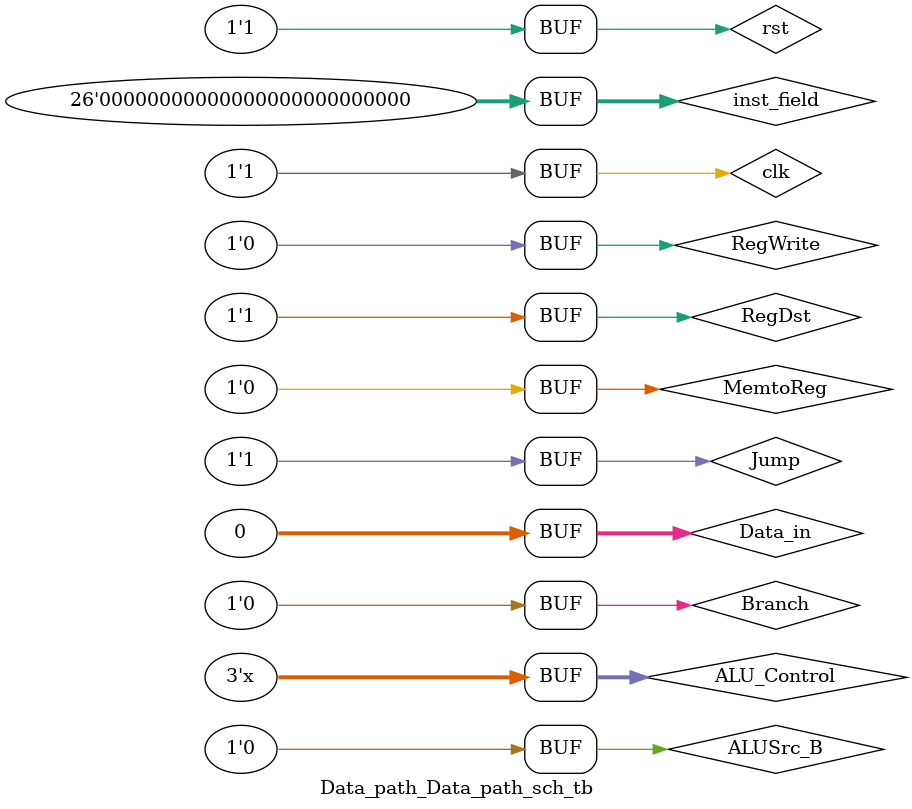
<source format=v>

`timescale 1ns / 1ps

module Data_path_Data_path_sch_tb();

// Inputs
   reg clk;
   reg rst;
   reg [25:0] inst_field;
   reg RegDst;
   reg [31:0] Data_in;
   reg [2:0] ALU_Control;
   reg ALUSrc_B;
   reg Jump;
   reg Branch;
   reg RegWrite;
   reg MemtoReg;

// Output
   wire [31:0] PC_out;
   wire [31:0] ALU_out;
   wire [31:0] Data_out;

// Bidirs

// Instantiate the UUT
   Data_path UUT (
		.PC_out(PC_out), 
		.clk(clk), 
		.rst(rst), 
		.inst_field(inst_field), 
		.RegDst(RegDst), 
		.Data_in(Data_in), 
		.ALU_out(ALU_out), 
		.Data_out(Data_out), 
		.ALU_Control(ALU_Control), 
		.ALUSrc_B(ALUSrc_B), 
		.Jump(Jump), 
		.Branch(Branch), 
		.RegWrite(RegWrite), 
		.MemtoReg(MemtoReg)
   );
// Initialize Inputs
	initial begin
		Data_in = 0;
		MemtoReg = 0;
		Branch = 0;
		ALU_Control = 0;
		ALUSrc_B = 0;
		RegWrite = 0;
		rst = 1;
		RegDst = 0;
		Jump = 0;
		inst_field = 0;
		#20;

		rst=0;
		//r r1,r0,r0;
		
		MemtoReg = 0;
		Branch = 0;
		ALU_Control = 3'b100;
		ALUSrc_B = 0;
		RegWrite = 1;
		RegDst = 1;
		Jump = 0;
		inst_field = 26'b00000_00000_00001_00000_100111;
		#20;
		//slt r2,r0,r1;
		MemtoReg = 0;
		Branch = 0;
		ALU_Control = 3'b111;
		ALUSrc_B = 0;
		RegWrite = 1;
		RegDst = 1;
		Jump = 0;
		inst_field = 26'b00000_00001_00010_00000_101010;
		#20;
		//add r3,r2,r2;
		MemtoReg = 0;
		Branch = 0;
		ALU_Control = 3'b010;
		ALUSrc_B = 0;
		RegWrite = 1;
		RegDst = 1;
		Jump = 0;
		inst_field = 26'b00010_00010_00011_00000_100000;
		#20;
		//add r4,r3,r2;
		inst_field = 26'b00011_00010_00100_00000_100000;
		#20;
		//add r5,r4,r3;
		inst_field = 26'b00100_00011_00101_00000_100000;
		#20;
		//add r6,r5,r4;
		inst_field = 26'b00101_00100_00110_00000_100000;
		#20;
		//add r7,r6,r5;
		inst_field = 26'b00110_00101_00111_00000_100000;
		#20;
		//add r8,r7,r6;
		inst_field = 26'b00111_00110_01000_00000_100000;
		#20;
		//add r9,r8,r7;
		inst_field = 26'b01000_00111_01001_00000_100000;
		#20;
		//add r10,r9,r8;
		inst_field = 26'b01001_01000_01010_00000_100000;
		#20;
		//add r11,r10,r9;
		inst_field = 26'b01010_01001_01011_00000_100000;
		#20;
		//add r12,r11,r10;
		inst_field = 26'b01011_01010_01100_00000_100000;
		#20;
		//add r13,r12,r11;
		inst_field = 26'b01100_01011_01101_00000_100000;
		#20;
		//add r14,r13,r12;
		inst_field = 26'b01101_01100_01110_00000_100000;
		#20;
		//add r15,r14,r13;
		inst_field = 26'b01110_01101_01111_00000_100000;
		#20;
		//add r16,r15,r14;
		inst_field = 26'b01111_01110_10000_00000_100000;
		#20;
		//add r17,r16,r15;
		inst_field = 26'b10000_01111_10001_00000_100000;
		#20;
		//add r18,r17,r16;
		inst_field = 26'b10001_10000_10010_00000_100000;
		#20;
		//add r19,r18,r17;
		inst_field = 26'b10010_10001_10011_00000_100000;
		#20;
		//add r20,r19,r18;
		inst_field = 26'b10011_10010_10100_00000_100000;
		#20;
		//add r21,r20,r19;
		inst_field = 26'b10100_10011_10101_00000_100000;
		#20;
		//add r22,r21,r20;
		inst_field = 26'b10101_10100_10110_00000_100000;
		#20;
		//add r23,r22,r21;
		inst_field = 26'b10110_10101_10111_00000_100000;
		#20;
		//add r24,r23,r22;
		inst_field = 26'b10111_10110_11000_00000_100000;
		#20;
		//add r25,r24,r23;
		inst_field = 26'b11000_10111_11001_00000_100000;
		#20;
		//add r26,r25,r24;
		inst_field = 26'b11001_11000_11010_00000_100000;
		#20;
		//add r27,r26,r25;
		inst_field = 26'b11010_11001_11011_00000_100000;
		#20;
		//add r28,r27,r26;
		inst_field = 26'b11011_11010_11100_00000_100000;
		#20;
		//add r29,r28,r27;
		inst_field = 26'b11100_11011_11101_00000_100000;
		#20;
		//add r30,r29,r28;
		inst_field = 26'b11101_11100_11110_00000_100000;
		#20;
		//add r31,r30,r29;
		inst_field = 26'b11110_11101_11111_00000_100000;
		#20;
		//j loop;
		MemtoReg = 0;
		Branch = 0;
		ALU_Control = 3'bxxx;
		ALUSrc_B = 0;
		RegWrite = 0;
		RegDst = 1;
		Jump = 1;
		inst_field = 26'b00000_00000_00000_00000_000000;
		#20;
		
		
		//start: lw r5,14($zero);
		Data_in = 32'h55555555;
		MemtoReg = 1;
		Branch = 0;
		ALU_Control = 3'b010;
		ALUSrc_B = 1;
		RegWrite = 1;
		RegDst = 0;
		Jump = 0;
		inst_field = 26'b00000_00101_00000_00000_001110;
		#20;
		//start_A add r1,r5,$zero;
		Data_in = 0;
		MemtoReg = 0;
		Branch = 0;
		ALU_Control = 3'b010;
		ALUSrc_B = 0;
		RegWrite = 1;
		RegDst = 1;
		Jump = 0;
		inst_field = 26'b00101_00000_00001_00000_100000;
		#20;
		//r r2,$zero,r1
		MemtoReg = 0;
		Branch = 0;
		ALU_Control = 3'b100;
		ALUSrc_B = 0;
		RegWrite = 1;
		RegDst = 1;
		Jump = 0;
		inst_field = 26'b00000_00001_00010_00000_100111;
		#20;
		// r5,48($zero);
		Data_in=32'hAAAAAAAA;
		MemtoReg = 1;
		Branch = 0;
		ALU_Control = 3'b010;
		ALUSrc_B = 1;
		RegWrite = 1;
		RegDst = 0;
		Jump = 0;
		inst_field = 26'b00000_00101_00000_00000_110000;
		#20;
		//beq r2,r5 start_A
		Data_in=0;
		MemtoReg = 0;
		Branch = 1;
		ALU_Control = 3'b110;
		ALUSrc_B = 0;
		RegWrite = 0;
		RegDst = 1;
		Jump = 0;
		inst_field = 26'b00010_00101_11111_11111_111011;
		#20;
		//j start;
		MemtoReg = 0;
		Branch = 0;
		ALU_Control = 3'bxxx;
		ALUSrc_B = 0;
		RegWrite = 0;
		RegDst = 1;
		Jump = 1;
		inst_field = 26'b00000_00000_00000_00000_000000;
		#20;
		rst=1;
	end
	always begin
		clk=0;#10;
		clk=1;#10;
	end
endmodule 

</source>
